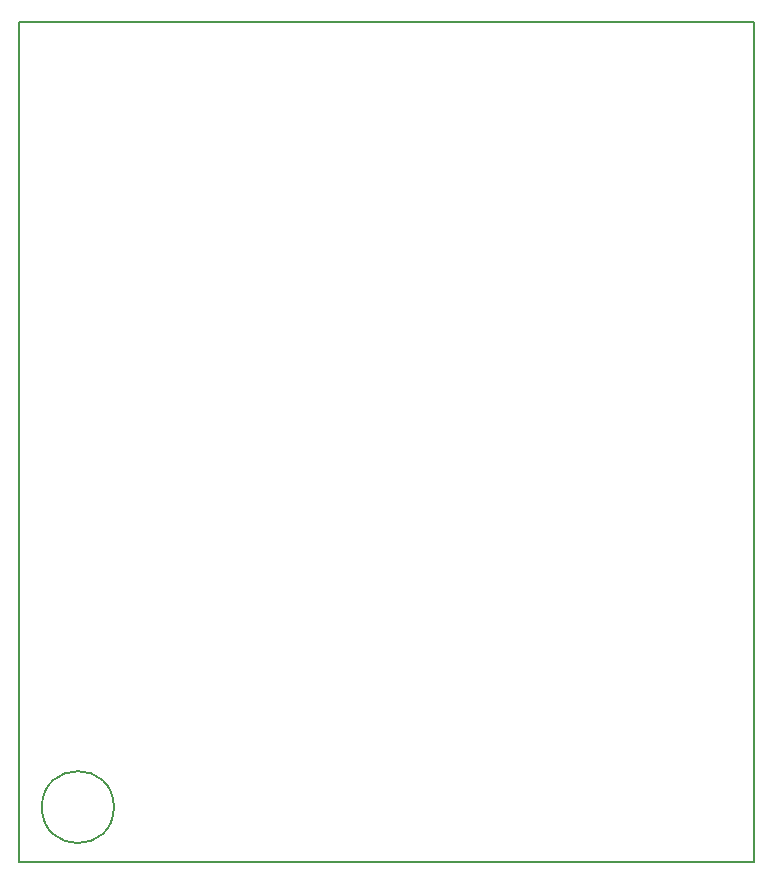
<source format=gbr>
G04 #@! TF.FileFunction,Profile,NP*
%FSLAX46Y46*%
G04 Gerber Fmt 4.6, Leading zero omitted, Abs format (unit mm)*
G04 Created by KiCad (PCBNEW 4.0.5) date 04/12/18 12:11:43*
%MOMM*%
%LPD*%
G01*
G04 APERTURE LIST*
%ADD10C,0.100000*%
%ADD11C,0.150000*%
G04 APERTURE END LIST*
D10*
D11*
X199390000Y-60960000D02*
X191770000Y-60960000D01*
X199390000Y-132080000D02*
X137160000Y-132080000D01*
X199390000Y-60960000D02*
X199390000Y-132080000D01*
X145166080Y-127426720D02*
G75*
G03X145166080Y-127426720I-3048000J0D01*
G01*
X137160000Y-60960000D02*
X137160000Y-132080000D01*
X191770000Y-60960000D02*
X137160000Y-60960000D01*
M02*

</source>
